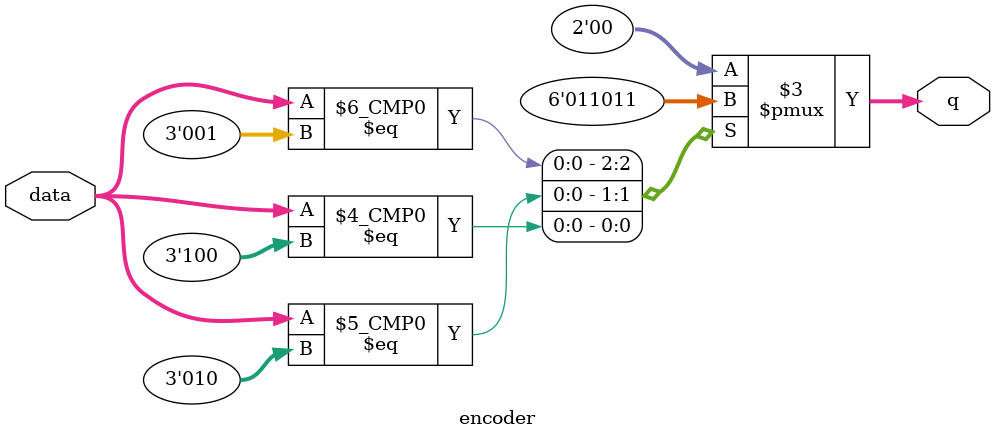
<source format=sv>
module encoder (output logic [2-1:0] q, input logic [3-1:0] data);


// 3 buttons will be connected to this module
// key[2:0]

always_comb begin

    case(data)

    3'b000 : begin

        q = 'd0;

    end

    3'b001 : begin

        q = 'd1;

    end

    3'b010 : begin

        q = 'd2;

    end

    3'b100 : begin

        q = 'd3;

    end

    default : begin

        q = 'd0;

    end


    endcase


end




endmodule
</source>
